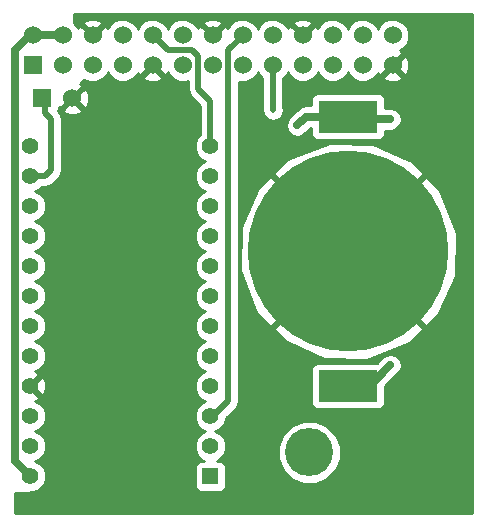
<source format=gtl>
G04 (created by PCBNEW (2013-may-18)-stable) date Sun 22 Jun 2014 12:37:11 AM EDT*
%MOIN*%
G04 Gerber Fmt 3.4, Leading zero omitted, Abs format*
%FSLAX34Y34*%
G01*
G70*
G90*
G04 APERTURE LIST*
%ADD10C,0.00590551*%
%ADD11R,0.06X0.06*%
%ADD12C,0.06*%
%ADD13C,0.16*%
%ADD14R,0.055X0.055*%
%ADD15C,0.055*%
%ADD16R,0.19685X0.106299*%
%ADD17C,0.669291*%
%ADD18C,0.0130118*%
%ADD19C,0.02*%
%ADD20C,0.025*%
%ADD21C,0.01*%
G04 APERTURE END LIST*
G54D10*
G54D11*
X25881Y-30005D03*
G54D12*
X25881Y-29005D03*
X26881Y-30005D03*
X26881Y-29005D03*
X27881Y-30005D03*
X27881Y-29005D03*
X28881Y-30005D03*
X28881Y-29005D03*
X29881Y-30005D03*
X29881Y-29005D03*
X30881Y-30005D03*
X30881Y-29005D03*
X31881Y-30005D03*
X31881Y-29005D03*
X32881Y-30005D03*
X32881Y-29005D03*
X33881Y-30005D03*
X33881Y-29005D03*
X34881Y-30005D03*
X34881Y-29005D03*
X35881Y-30005D03*
X35881Y-29005D03*
X36881Y-30005D03*
X36881Y-29005D03*
X37881Y-30005D03*
X37881Y-29005D03*
G54D13*
X35100Y-42900D03*
G54D14*
X31800Y-43700D03*
G54D15*
X31800Y-42700D03*
X31800Y-41700D03*
X31800Y-40700D03*
X31800Y-39700D03*
X31800Y-38700D03*
X31800Y-37700D03*
X31800Y-36700D03*
X31800Y-35700D03*
X31800Y-34700D03*
X31800Y-33700D03*
X31800Y-32700D03*
X25800Y-32700D03*
X25800Y-33700D03*
X25800Y-34700D03*
X25800Y-35700D03*
X25800Y-36700D03*
X25800Y-37700D03*
X25800Y-38700D03*
X25800Y-39700D03*
X25800Y-40700D03*
X25800Y-41700D03*
X25800Y-42700D03*
X25800Y-43700D03*
G54D11*
X26200Y-31100D03*
G54D12*
X27200Y-31100D03*
G54D16*
X36400Y-31711D03*
X36400Y-40688D03*
G54D17*
X36400Y-36200D03*
G54D18*
X33900Y-31500D03*
X34700Y-32000D03*
X37800Y-40000D03*
X37800Y-31800D03*
G54D19*
X33881Y-30005D02*
X33881Y-31481D01*
X33881Y-31481D02*
X33900Y-31500D01*
G54D20*
X25881Y-29005D02*
X25794Y-29005D01*
X25300Y-43200D02*
X25800Y-43700D01*
X25300Y-29500D02*
X25300Y-43200D01*
X25794Y-29005D02*
X25300Y-29500D01*
X25881Y-29005D02*
X26881Y-29005D01*
X34988Y-31711D02*
X36400Y-31711D01*
X34700Y-32000D02*
X34988Y-31711D01*
X37800Y-31800D02*
X36488Y-31800D01*
X36488Y-31800D02*
X36400Y-31711D01*
X36400Y-40688D02*
X37111Y-40688D01*
X37800Y-40000D02*
X37111Y-40688D01*
G54D19*
X29881Y-29005D02*
X29905Y-29005D01*
X31800Y-31200D02*
X31800Y-32700D01*
X31400Y-30800D02*
X31800Y-31200D01*
X31400Y-29700D02*
X31400Y-30800D01*
X31200Y-29500D02*
X31400Y-29700D01*
X30400Y-29500D02*
X31200Y-29500D01*
X29905Y-29005D02*
X30400Y-29500D01*
X32881Y-29005D02*
X32881Y-29018D01*
X31900Y-41700D02*
X31800Y-41700D01*
X32400Y-41200D02*
X31900Y-41700D01*
X32400Y-31400D02*
X32400Y-41200D01*
X32400Y-29500D02*
X32400Y-31400D01*
X32881Y-29018D02*
X32400Y-29500D01*
X26500Y-31800D02*
X26300Y-31600D01*
X26300Y-31600D02*
X26300Y-31200D01*
X26300Y-31200D02*
X26200Y-31100D01*
X26300Y-33700D02*
X26500Y-33500D01*
X26500Y-33500D02*
X26500Y-32400D01*
X26500Y-32400D02*
X26500Y-31800D01*
X25800Y-33700D02*
X26300Y-33700D01*
G54D10*
G36*
X40520Y-44920D02*
X40013Y-44920D01*
X40013Y-35577D01*
X39500Y-34241D01*
X39395Y-34085D01*
X38983Y-33686D01*
X38913Y-33757D01*
X38913Y-33616D01*
X38514Y-33204D01*
X38435Y-33169D01*
X38435Y-30087D01*
X38424Y-29868D01*
X38362Y-29717D01*
X38267Y-29690D01*
X37951Y-30005D01*
X38267Y-30320D01*
X38362Y-30293D01*
X38435Y-30087D01*
X38435Y-33169D01*
X38196Y-33062D01*
X38196Y-30391D01*
X37881Y-30076D01*
X37565Y-30391D01*
X37593Y-30486D01*
X37799Y-30560D01*
X38017Y-30549D01*
X38168Y-30486D01*
X38196Y-30391D01*
X38196Y-33062D01*
X38175Y-33053D01*
X38175Y-31800D01*
X38146Y-31656D01*
X38065Y-31534D01*
X37943Y-31453D01*
X37800Y-31425D01*
X37634Y-31425D01*
X37634Y-31130D01*
X37596Y-31038D01*
X37526Y-30968D01*
X37434Y-30930D01*
X37334Y-30930D01*
X35366Y-30930D01*
X35274Y-30968D01*
X35203Y-31038D01*
X35165Y-31130D01*
X35165Y-31229D01*
X35165Y-31336D01*
X34988Y-31336D01*
X34844Y-31365D01*
X34723Y-31446D01*
X34434Y-31734D01*
X34353Y-31856D01*
X34325Y-32000D01*
X34353Y-32143D01*
X34434Y-32265D01*
X34556Y-32346D01*
X34700Y-32375D01*
X34843Y-32346D01*
X34965Y-32265D01*
X35143Y-32086D01*
X35165Y-32086D01*
X35165Y-32292D01*
X35203Y-32384D01*
X35273Y-32455D01*
X35365Y-32493D01*
X35465Y-32493D01*
X37433Y-32493D01*
X37525Y-32455D01*
X37596Y-32385D01*
X37634Y-32293D01*
X37634Y-32193D01*
X37634Y-32175D01*
X37800Y-32175D01*
X37943Y-32146D01*
X38065Y-32065D01*
X38146Y-31943D01*
X38175Y-31800D01*
X38175Y-33053D01*
X37207Y-32623D01*
X35777Y-32586D01*
X34441Y-33099D01*
X34285Y-33204D01*
X33886Y-33616D01*
X36400Y-36129D01*
X38913Y-33616D01*
X38913Y-33757D01*
X36470Y-36200D01*
X38983Y-38713D01*
X39395Y-38314D01*
X39976Y-37007D01*
X40013Y-35577D01*
X40013Y-44920D01*
X38913Y-44920D01*
X38913Y-38783D01*
X36400Y-36270D01*
X36329Y-36341D01*
X36329Y-36200D01*
X33816Y-33686D01*
X33404Y-34085D01*
X32823Y-35392D01*
X32786Y-36822D01*
X33299Y-38158D01*
X33404Y-38314D01*
X33816Y-38713D01*
X36329Y-36200D01*
X36329Y-36341D01*
X33886Y-38783D01*
X34285Y-39195D01*
X35592Y-39776D01*
X37022Y-39813D01*
X38358Y-39300D01*
X38514Y-39195D01*
X38913Y-38783D01*
X38913Y-44920D01*
X38174Y-44920D01*
X38174Y-40000D01*
X38146Y-39856D01*
X38065Y-39734D01*
X37943Y-39653D01*
X37800Y-39625D01*
X37656Y-39653D01*
X37534Y-39734D01*
X37362Y-39906D01*
X37334Y-39906D01*
X35366Y-39906D01*
X35274Y-39944D01*
X35203Y-40014D01*
X35165Y-40106D01*
X35165Y-40206D01*
X35165Y-41269D01*
X35203Y-41361D01*
X35273Y-41431D01*
X35365Y-41469D01*
X35465Y-41469D01*
X37433Y-41469D01*
X37525Y-41431D01*
X37596Y-41361D01*
X37634Y-41269D01*
X37634Y-41170D01*
X37634Y-40696D01*
X38065Y-40265D01*
X38146Y-40143D01*
X38174Y-40000D01*
X38174Y-44920D01*
X36150Y-44920D01*
X36150Y-42692D01*
X35990Y-42306D01*
X35695Y-42010D01*
X35309Y-41850D01*
X34892Y-41849D01*
X34506Y-42009D01*
X34210Y-42304D01*
X34050Y-42690D01*
X34049Y-43107D01*
X34209Y-43494D01*
X34504Y-43789D01*
X34890Y-43949D01*
X35307Y-43950D01*
X35694Y-43790D01*
X35989Y-43495D01*
X36149Y-43109D01*
X36150Y-42692D01*
X36150Y-44920D01*
X30196Y-44920D01*
X30196Y-30391D01*
X29881Y-30076D01*
X29565Y-30391D01*
X29593Y-30486D01*
X29799Y-30560D01*
X30017Y-30549D01*
X30168Y-30486D01*
X30196Y-30391D01*
X30196Y-44920D01*
X27754Y-44920D01*
X27754Y-31181D01*
X27743Y-30963D01*
X27681Y-30812D01*
X27585Y-30784D01*
X27270Y-31100D01*
X27585Y-31415D01*
X27681Y-31387D01*
X27754Y-31181D01*
X27754Y-44920D01*
X27515Y-44920D01*
X27515Y-31485D01*
X27200Y-31170D01*
X26884Y-31485D01*
X26912Y-31581D01*
X27118Y-31654D01*
X27336Y-31643D01*
X27487Y-31581D01*
X27515Y-31485D01*
X27515Y-44920D01*
X26329Y-44920D01*
X26329Y-40775D01*
X26318Y-40567D01*
X26260Y-40427D01*
X26167Y-40402D01*
X25870Y-40700D01*
X26167Y-40997D01*
X26260Y-40972D01*
X26329Y-40775D01*
X26329Y-44920D01*
X25279Y-44920D01*
X25279Y-44250D01*
X25800Y-44250D01*
X25781Y-44224D01*
X25903Y-44225D01*
X26097Y-44145D01*
X26244Y-43997D01*
X26324Y-43804D01*
X26325Y-43596D01*
X26245Y-43403D01*
X26097Y-43255D01*
X25964Y-43199D01*
X26097Y-43145D01*
X26244Y-42997D01*
X26324Y-42804D01*
X26325Y-42596D01*
X26245Y-42403D01*
X26097Y-42255D01*
X25964Y-42199D01*
X26097Y-42145D01*
X26244Y-41997D01*
X26324Y-41804D01*
X26325Y-41596D01*
X26245Y-41403D01*
X26097Y-41255D01*
X25971Y-41202D01*
X26072Y-41160D01*
X26097Y-41067D01*
X25800Y-40770D01*
X25794Y-40776D01*
X25723Y-40705D01*
X25729Y-40700D01*
X25723Y-40694D01*
X25794Y-40623D01*
X25800Y-40629D01*
X26097Y-40332D01*
X26072Y-40239D01*
X25962Y-40200D01*
X26097Y-40145D01*
X26244Y-39997D01*
X26324Y-39804D01*
X26325Y-39596D01*
X26245Y-39403D01*
X26097Y-39255D01*
X25964Y-39199D01*
X26097Y-39145D01*
X26244Y-38997D01*
X26324Y-38804D01*
X26325Y-38596D01*
X26245Y-38403D01*
X26097Y-38255D01*
X25964Y-38199D01*
X26097Y-38145D01*
X26244Y-37997D01*
X26324Y-37804D01*
X26325Y-37596D01*
X26245Y-37403D01*
X26097Y-37255D01*
X25964Y-37199D01*
X26097Y-37145D01*
X26244Y-36997D01*
X26324Y-36804D01*
X26325Y-36596D01*
X26245Y-36403D01*
X26097Y-36255D01*
X25964Y-36199D01*
X26097Y-36145D01*
X26244Y-35997D01*
X26324Y-35804D01*
X26325Y-35596D01*
X26245Y-35403D01*
X26097Y-35255D01*
X25964Y-35199D01*
X26097Y-35145D01*
X26244Y-34997D01*
X26324Y-34804D01*
X26325Y-34596D01*
X26245Y-34403D01*
X26097Y-34255D01*
X25964Y-34199D01*
X26097Y-34145D01*
X26192Y-34050D01*
X26300Y-34050D01*
X26433Y-34023D01*
X26433Y-34023D01*
X26547Y-33947D01*
X26747Y-33747D01*
X26823Y-33633D01*
X26850Y-33500D01*
X26850Y-32400D01*
X26850Y-31800D01*
X26823Y-31666D01*
X26747Y-31552D01*
X26719Y-31524D01*
X26749Y-31449D01*
X26750Y-31396D01*
X26814Y-31415D01*
X27129Y-31100D01*
X27123Y-31094D01*
X27194Y-31023D01*
X27200Y-31029D01*
X27515Y-30714D01*
X27487Y-30618D01*
X27461Y-30609D01*
X27590Y-30480D01*
X27771Y-30555D01*
X27990Y-30555D01*
X28192Y-30472D01*
X28347Y-30317D01*
X28381Y-30235D01*
X28414Y-30316D01*
X28569Y-30471D01*
X28771Y-30555D01*
X28990Y-30555D01*
X29192Y-30472D01*
X29347Y-30317D01*
X29378Y-30241D01*
X29399Y-30293D01*
X29495Y-30320D01*
X29810Y-30005D01*
X29804Y-29999D01*
X29875Y-29929D01*
X29881Y-29934D01*
X29886Y-29929D01*
X29957Y-29999D01*
X29951Y-30005D01*
X30267Y-30320D01*
X30362Y-30293D01*
X30382Y-30238D01*
X30414Y-30316D01*
X30569Y-30471D01*
X30771Y-30555D01*
X30990Y-30555D01*
X31050Y-30530D01*
X31050Y-30800D01*
X31076Y-30933D01*
X31152Y-31047D01*
X31450Y-31344D01*
X31450Y-32307D01*
X31355Y-32402D01*
X31275Y-32595D01*
X31274Y-32803D01*
X31354Y-32997D01*
X31502Y-33144D01*
X31635Y-33200D01*
X31503Y-33254D01*
X31355Y-33402D01*
X31275Y-33595D01*
X31274Y-33803D01*
X31354Y-33997D01*
X31502Y-34144D01*
X31635Y-34200D01*
X31503Y-34254D01*
X31355Y-34402D01*
X31275Y-34595D01*
X31274Y-34803D01*
X31354Y-34997D01*
X31502Y-35144D01*
X31635Y-35200D01*
X31503Y-35254D01*
X31355Y-35402D01*
X31275Y-35595D01*
X31274Y-35803D01*
X31354Y-35997D01*
X31502Y-36144D01*
X31635Y-36200D01*
X31503Y-36254D01*
X31355Y-36402D01*
X31275Y-36595D01*
X31274Y-36803D01*
X31354Y-36997D01*
X31502Y-37144D01*
X31635Y-37200D01*
X31503Y-37254D01*
X31355Y-37402D01*
X31275Y-37595D01*
X31274Y-37803D01*
X31354Y-37997D01*
X31502Y-38144D01*
X31635Y-38200D01*
X31503Y-38254D01*
X31355Y-38402D01*
X31275Y-38595D01*
X31274Y-38803D01*
X31354Y-38997D01*
X31502Y-39144D01*
X31635Y-39200D01*
X31503Y-39254D01*
X31355Y-39402D01*
X31275Y-39595D01*
X31274Y-39803D01*
X31354Y-39997D01*
X31502Y-40144D01*
X31635Y-40200D01*
X31503Y-40254D01*
X31355Y-40402D01*
X31275Y-40595D01*
X31274Y-40803D01*
X31354Y-40997D01*
X31502Y-41144D01*
X31635Y-41200D01*
X31503Y-41254D01*
X31355Y-41402D01*
X31275Y-41595D01*
X31274Y-41803D01*
X31354Y-41997D01*
X31502Y-42144D01*
X31635Y-42200D01*
X31503Y-42254D01*
X31355Y-42402D01*
X31275Y-42595D01*
X31274Y-42803D01*
X31354Y-42997D01*
X31502Y-43144D01*
X31574Y-43174D01*
X31475Y-43174D01*
X31383Y-43212D01*
X31313Y-43283D01*
X31275Y-43375D01*
X31274Y-43474D01*
X31274Y-44024D01*
X31312Y-44116D01*
X31383Y-44186D01*
X31475Y-44224D01*
X31574Y-44225D01*
X32124Y-44225D01*
X32216Y-44187D01*
X32286Y-44116D01*
X32324Y-44024D01*
X32325Y-43925D01*
X32325Y-43375D01*
X32287Y-43283D01*
X32216Y-43213D01*
X32124Y-43175D01*
X32025Y-43174D01*
X32025Y-43174D01*
X32097Y-43145D01*
X32244Y-42997D01*
X32324Y-42804D01*
X32325Y-42596D01*
X32245Y-42403D01*
X32097Y-42255D01*
X31964Y-42199D01*
X32097Y-42145D01*
X32244Y-41997D01*
X32324Y-41804D01*
X32324Y-41770D01*
X32647Y-41447D01*
X32723Y-41333D01*
X32723Y-41333D01*
X32750Y-41200D01*
X32750Y-31400D01*
X32750Y-30546D01*
X32771Y-30555D01*
X32990Y-30555D01*
X33192Y-30472D01*
X33347Y-30317D01*
X33381Y-30235D01*
X33414Y-30316D01*
X33531Y-30433D01*
X33531Y-31481D01*
X33557Y-31615D01*
X33633Y-31728D01*
X33652Y-31747D01*
X33766Y-31823D01*
X33900Y-31850D01*
X34033Y-31823D01*
X34147Y-31747D01*
X34223Y-31633D01*
X34250Y-31500D01*
X34231Y-31404D01*
X34231Y-30433D01*
X34347Y-30317D01*
X34381Y-30235D01*
X34414Y-30316D01*
X34569Y-30471D01*
X34771Y-30555D01*
X34990Y-30555D01*
X35192Y-30472D01*
X35347Y-30317D01*
X35381Y-30235D01*
X35414Y-30316D01*
X35569Y-30471D01*
X35771Y-30555D01*
X35990Y-30555D01*
X36192Y-30472D01*
X36347Y-30317D01*
X36381Y-30235D01*
X36414Y-30316D01*
X36569Y-30471D01*
X36771Y-30555D01*
X36990Y-30555D01*
X37192Y-30472D01*
X37347Y-30317D01*
X37378Y-30241D01*
X37399Y-30293D01*
X37495Y-30320D01*
X37810Y-30005D01*
X37804Y-29999D01*
X37875Y-29929D01*
X37881Y-29934D01*
X38196Y-29619D01*
X38168Y-29524D01*
X38113Y-29504D01*
X38192Y-29472D01*
X38347Y-29317D01*
X38431Y-29115D01*
X38431Y-28896D01*
X38347Y-28694D01*
X38193Y-28539D01*
X37990Y-28455D01*
X37772Y-28455D01*
X37569Y-28538D01*
X37415Y-28693D01*
X37381Y-28775D01*
X37347Y-28694D01*
X37193Y-28539D01*
X36990Y-28455D01*
X36772Y-28455D01*
X36569Y-28538D01*
X36415Y-28693D01*
X36381Y-28775D01*
X36347Y-28694D01*
X36193Y-28539D01*
X35990Y-28455D01*
X35772Y-28455D01*
X35569Y-28538D01*
X35415Y-28693D01*
X35383Y-28769D01*
X35362Y-28717D01*
X35267Y-28690D01*
X35196Y-28761D01*
X35196Y-28619D01*
X35168Y-28524D01*
X34962Y-28450D01*
X34744Y-28461D01*
X34593Y-28524D01*
X34565Y-28619D01*
X34881Y-28934D01*
X35196Y-28619D01*
X35196Y-28761D01*
X34951Y-29005D01*
X34957Y-29011D01*
X34886Y-29081D01*
X34881Y-29076D01*
X34875Y-29081D01*
X34804Y-29011D01*
X34810Y-29005D01*
X34495Y-28690D01*
X34399Y-28717D01*
X34380Y-28772D01*
X34347Y-28694D01*
X34193Y-28539D01*
X33990Y-28455D01*
X33772Y-28455D01*
X33569Y-28538D01*
X33415Y-28693D01*
X33381Y-28775D01*
X33347Y-28694D01*
X33193Y-28539D01*
X32990Y-28455D01*
X32772Y-28455D01*
X32569Y-28538D01*
X32415Y-28693D01*
X32383Y-28769D01*
X32362Y-28717D01*
X32267Y-28690D01*
X32196Y-28761D01*
X32196Y-28619D01*
X32168Y-28524D01*
X31962Y-28450D01*
X31744Y-28461D01*
X31593Y-28524D01*
X31565Y-28619D01*
X31881Y-28934D01*
X32196Y-28619D01*
X32196Y-28761D01*
X31951Y-29005D01*
X31957Y-29011D01*
X31886Y-29081D01*
X31881Y-29076D01*
X31875Y-29081D01*
X31804Y-29011D01*
X31810Y-29005D01*
X31495Y-28690D01*
X31399Y-28717D01*
X31380Y-28772D01*
X31347Y-28694D01*
X31193Y-28539D01*
X30990Y-28455D01*
X30772Y-28455D01*
X30569Y-28538D01*
X30415Y-28693D01*
X30381Y-28775D01*
X30347Y-28694D01*
X30193Y-28539D01*
X29990Y-28455D01*
X29772Y-28455D01*
X29569Y-28538D01*
X29415Y-28693D01*
X29381Y-28775D01*
X29347Y-28694D01*
X29193Y-28539D01*
X28990Y-28455D01*
X28772Y-28455D01*
X28569Y-28538D01*
X28415Y-28693D01*
X28383Y-28769D01*
X28362Y-28717D01*
X28267Y-28690D01*
X28196Y-28761D01*
X28196Y-28619D01*
X28168Y-28524D01*
X27962Y-28450D01*
X27744Y-28461D01*
X27593Y-28524D01*
X27565Y-28619D01*
X27881Y-28934D01*
X28196Y-28619D01*
X28196Y-28761D01*
X27951Y-29005D01*
X27957Y-29011D01*
X27886Y-29081D01*
X27881Y-29076D01*
X27875Y-29081D01*
X27804Y-29011D01*
X27810Y-29005D01*
X27495Y-28690D01*
X27399Y-28717D01*
X27380Y-28772D01*
X27347Y-28694D01*
X27250Y-28596D01*
X27250Y-28279D01*
X40520Y-28279D01*
X40520Y-44920D01*
X40520Y-44920D01*
G37*
G54D21*
X40520Y-44920D02*
X40013Y-44920D01*
X40013Y-35577D01*
X39500Y-34241D01*
X39395Y-34085D01*
X38983Y-33686D01*
X38913Y-33757D01*
X38913Y-33616D01*
X38514Y-33204D01*
X38435Y-33169D01*
X38435Y-30087D01*
X38424Y-29868D01*
X38362Y-29717D01*
X38267Y-29690D01*
X37951Y-30005D01*
X38267Y-30320D01*
X38362Y-30293D01*
X38435Y-30087D01*
X38435Y-33169D01*
X38196Y-33062D01*
X38196Y-30391D01*
X37881Y-30076D01*
X37565Y-30391D01*
X37593Y-30486D01*
X37799Y-30560D01*
X38017Y-30549D01*
X38168Y-30486D01*
X38196Y-30391D01*
X38196Y-33062D01*
X38175Y-33053D01*
X38175Y-31800D01*
X38146Y-31656D01*
X38065Y-31534D01*
X37943Y-31453D01*
X37800Y-31425D01*
X37634Y-31425D01*
X37634Y-31130D01*
X37596Y-31038D01*
X37526Y-30968D01*
X37434Y-30930D01*
X37334Y-30930D01*
X35366Y-30930D01*
X35274Y-30968D01*
X35203Y-31038D01*
X35165Y-31130D01*
X35165Y-31229D01*
X35165Y-31336D01*
X34988Y-31336D01*
X34844Y-31365D01*
X34723Y-31446D01*
X34434Y-31734D01*
X34353Y-31856D01*
X34325Y-32000D01*
X34353Y-32143D01*
X34434Y-32265D01*
X34556Y-32346D01*
X34700Y-32375D01*
X34843Y-32346D01*
X34965Y-32265D01*
X35143Y-32086D01*
X35165Y-32086D01*
X35165Y-32292D01*
X35203Y-32384D01*
X35273Y-32455D01*
X35365Y-32493D01*
X35465Y-32493D01*
X37433Y-32493D01*
X37525Y-32455D01*
X37596Y-32385D01*
X37634Y-32293D01*
X37634Y-32193D01*
X37634Y-32175D01*
X37800Y-32175D01*
X37943Y-32146D01*
X38065Y-32065D01*
X38146Y-31943D01*
X38175Y-31800D01*
X38175Y-33053D01*
X37207Y-32623D01*
X35777Y-32586D01*
X34441Y-33099D01*
X34285Y-33204D01*
X33886Y-33616D01*
X36400Y-36129D01*
X38913Y-33616D01*
X38913Y-33757D01*
X36470Y-36200D01*
X38983Y-38713D01*
X39395Y-38314D01*
X39976Y-37007D01*
X40013Y-35577D01*
X40013Y-44920D01*
X38913Y-44920D01*
X38913Y-38783D01*
X36400Y-36270D01*
X36329Y-36341D01*
X36329Y-36200D01*
X33816Y-33686D01*
X33404Y-34085D01*
X32823Y-35392D01*
X32786Y-36822D01*
X33299Y-38158D01*
X33404Y-38314D01*
X33816Y-38713D01*
X36329Y-36200D01*
X36329Y-36341D01*
X33886Y-38783D01*
X34285Y-39195D01*
X35592Y-39776D01*
X37022Y-39813D01*
X38358Y-39300D01*
X38514Y-39195D01*
X38913Y-38783D01*
X38913Y-44920D01*
X38174Y-44920D01*
X38174Y-40000D01*
X38146Y-39856D01*
X38065Y-39734D01*
X37943Y-39653D01*
X37800Y-39625D01*
X37656Y-39653D01*
X37534Y-39734D01*
X37362Y-39906D01*
X37334Y-39906D01*
X35366Y-39906D01*
X35274Y-39944D01*
X35203Y-40014D01*
X35165Y-40106D01*
X35165Y-40206D01*
X35165Y-41269D01*
X35203Y-41361D01*
X35273Y-41431D01*
X35365Y-41469D01*
X35465Y-41469D01*
X37433Y-41469D01*
X37525Y-41431D01*
X37596Y-41361D01*
X37634Y-41269D01*
X37634Y-41170D01*
X37634Y-40696D01*
X38065Y-40265D01*
X38146Y-40143D01*
X38174Y-40000D01*
X38174Y-44920D01*
X36150Y-44920D01*
X36150Y-42692D01*
X35990Y-42306D01*
X35695Y-42010D01*
X35309Y-41850D01*
X34892Y-41849D01*
X34506Y-42009D01*
X34210Y-42304D01*
X34050Y-42690D01*
X34049Y-43107D01*
X34209Y-43494D01*
X34504Y-43789D01*
X34890Y-43949D01*
X35307Y-43950D01*
X35694Y-43790D01*
X35989Y-43495D01*
X36149Y-43109D01*
X36150Y-42692D01*
X36150Y-44920D01*
X30196Y-44920D01*
X30196Y-30391D01*
X29881Y-30076D01*
X29565Y-30391D01*
X29593Y-30486D01*
X29799Y-30560D01*
X30017Y-30549D01*
X30168Y-30486D01*
X30196Y-30391D01*
X30196Y-44920D01*
X27754Y-44920D01*
X27754Y-31181D01*
X27743Y-30963D01*
X27681Y-30812D01*
X27585Y-30784D01*
X27270Y-31100D01*
X27585Y-31415D01*
X27681Y-31387D01*
X27754Y-31181D01*
X27754Y-44920D01*
X27515Y-44920D01*
X27515Y-31485D01*
X27200Y-31170D01*
X26884Y-31485D01*
X26912Y-31581D01*
X27118Y-31654D01*
X27336Y-31643D01*
X27487Y-31581D01*
X27515Y-31485D01*
X27515Y-44920D01*
X26329Y-44920D01*
X26329Y-40775D01*
X26318Y-40567D01*
X26260Y-40427D01*
X26167Y-40402D01*
X25870Y-40700D01*
X26167Y-40997D01*
X26260Y-40972D01*
X26329Y-40775D01*
X26329Y-44920D01*
X25279Y-44920D01*
X25279Y-44250D01*
X25800Y-44250D01*
X25781Y-44224D01*
X25903Y-44225D01*
X26097Y-44145D01*
X26244Y-43997D01*
X26324Y-43804D01*
X26325Y-43596D01*
X26245Y-43403D01*
X26097Y-43255D01*
X25964Y-43199D01*
X26097Y-43145D01*
X26244Y-42997D01*
X26324Y-42804D01*
X26325Y-42596D01*
X26245Y-42403D01*
X26097Y-42255D01*
X25964Y-42199D01*
X26097Y-42145D01*
X26244Y-41997D01*
X26324Y-41804D01*
X26325Y-41596D01*
X26245Y-41403D01*
X26097Y-41255D01*
X25971Y-41202D01*
X26072Y-41160D01*
X26097Y-41067D01*
X25800Y-40770D01*
X25794Y-40776D01*
X25723Y-40705D01*
X25729Y-40700D01*
X25723Y-40694D01*
X25794Y-40623D01*
X25800Y-40629D01*
X26097Y-40332D01*
X26072Y-40239D01*
X25962Y-40200D01*
X26097Y-40145D01*
X26244Y-39997D01*
X26324Y-39804D01*
X26325Y-39596D01*
X26245Y-39403D01*
X26097Y-39255D01*
X25964Y-39199D01*
X26097Y-39145D01*
X26244Y-38997D01*
X26324Y-38804D01*
X26325Y-38596D01*
X26245Y-38403D01*
X26097Y-38255D01*
X25964Y-38199D01*
X26097Y-38145D01*
X26244Y-37997D01*
X26324Y-37804D01*
X26325Y-37596D01*
X26245Y-37403D01*
X26097Y-37255D01*
X25964Y-37199D01*
X26097Y-37145D01*
X26244Y-36997D01*
X26324Y-36804D01*
X26325Y-36596D01*
X26245Y-36403D01*
X26097Y-36255D01*
X25964Y-36199D01*
X26097Y-36145D01*
X26244Y-35997D01*
X26324Y-35804D01*
X26325Y-35596D01*
X26245Y-35403D01*
X26097Y-35255D01*
X25964Y-35199D01*
X26097Y-35145D01*
X26244Y-34997D01*
X26324Y-34804D01*
X26325Y-34596D01*
X26245Y-34403D01*
X26097Y-34255D01*
X25964Y-34199D01*
X26097Y-34145D01*
X26192Y-34050D01*
X26300Y-34050D01*
X26433Y-34023D01*
X26433Y-34023D01*
X26547Y-33947D01*
X26747Y-33747D01*
X26823Y-33633D01*
X26850Y-33500D01*
X26850Y-32400D01*
X26850Y-31800D01*
X26823Y-31666D01*
X26747Y-31552D01*
X26719Y-31524D01*
X26749Y-31449D01*
X26750Y-31396D01*
X26814Y-31415D01*
X27129Y-31100D01*
X27123Y-31094D01*
X27194Y-31023D01*
X27200Y-31029D01*
X27515Y-30714D01*
X27487Y-30618D01*
X27461Y-30609D01*
X27590Y-30480D01*
X27771Y-30555D01*
X27990Y-30555D01*
X28192Y-30472D01*
X28347Y-30317D01*
X28381Y-30235D01*
X28414Y-30316D01*
X28569Y-30471D01*
X28771Y-30555D01*
X28990Y-30555D01*
X29192Y-30472D01*
X29347Y-30317D01*
X29378Y-30241D01*
X29399Y-30293D01*
X29495Y-30320D01*
X29810Y-30005D01*
X29804Y-29999D01*
X29875Y-29929D01*
X29881Y-29934D01*
X29886Y-29929D01*
X29957Y-29999D01*
X29951Y-30005D01*
X30267Y-30320D01*
X30362Y-30293D01*
X30382Y-30238D01*
X30414Y-30316D01*
X30569Y-30471D01*
X30771Y-30555D01*
X30990Y-30555D01*
X31050Y-30530D01*
X31050Y-30800D01*
X31076Y-30933D01*
X31152Y-31047D01*
X31450Y-31344D01*
X31450Y-32307D01*
X31355Y-32402D01*
X31275Y-32595D01*
X31274Y-32803D01*
X31354Y-32997D01*
X31502Y-33144D01*
X31635Y-33200D01*
X31503Y-33254D01*
X31355Y-33402D01*
X31275Y-33595D01*
X31274Y-33803D01*
X31354Y-33997D01*
X31502Y-34144D01*
X31635Y-34200D01*
X31503Y-34254D01*
X31355Y-34402D01*
X31275Y-34595D01*
X31274Y-34803D01*
X31354Y-34997D01*
X31502Y-35144D01*
X31635Y-35200D01*
X31503Y-35254D01*
X31355Y-35402D01*
X31275Y-35595D01*
X31274Y-35803D01*
X31354Y-35997D01*
X31502Y-36144D01*
X31635Y-36200D01*
X31503Y-36254D01*
X31355Y-36402D01*
X31275Y-36595D01*
X31274Y-36803D01*
X31354Y-36997D01*
X31502Y-37144D01*
X31635Y-37200D01*
X31503Y-37254D01*
X31355Y-37402D01*
X31275Y-37595D01*
X31274Y-37803D01*
X31354Y-37997D01*
X31502Y-38144D01*
X31635Y-38200D01*
X31503Y-38254D01*
X31355Y-38402D01*
X31275Y-38595D01*
X31274Y-38803D01*
X31354Y-38997D01*
X31502Y-39144D01*
X31635Y-39200D01*
X31503Y-39254D01*
X31355Y-39402D01*
X31275Y-39595D01*
X31274Y-39803D01*
X31354Y-39997D01*
X31502Y-40144D01*
X31635Y-40200D01*
X31503Y-40254D01*
X31355Y-40402D01*
X31275Y-40595D01*
X31274Y-40803D01*
X31354Y-40997D01*
X31502Y-41144D01*
X31635Y-41200D01*
X31503Y-41254D01*
X31355Y-41402D01*
X31275Y-41595D01*
X31274Y-41803D01*
X31354Y-41997D01*
X31502Y-42144D01*
X31635Y-42200D01*
X31503Y-42254D01*
X31355Y-42402D01*
X31275Y-42595D01*
X31274Y-42803D01*
X31354Y-42997D01*
X31502Y-43144D01*
X31574Y-43174D01*
X31475Y-43174D01*
X31383Y-43212D01*
X31313Y-43283D01*
X31275Y-43375D01*
X31274Y-43474D01*
X31274Y-44024D01*
X31312Y-44116D01*
X31383Y-44186D01*
X31475Y-44224D01*
X31574Y-44225D01*
X32124Y-44225D01*
X32216Y-44187D01*
X32286Y-44116D01*
X32324Y-44024D01*
X32325Y-43925D01*
X32325Y-43375D01*
X32287Y-43283D01*
X32216Y-43213D01*
X32124Y-43175D01*
X32025Y-43174D01*
X32025Y-43174D01*
X32097Y-43145D01*
X32244Y-42997D01*
X32324Y-42804D01*
X32325Y-42596D01*
X32245Y-42403D01*
X32097Y-42255D01*
X31964Y-42199D01*
X32097Y-42145D01*
X32244Y-41997D01*
X32324Y-41804D01*
X32324Y-41770D01*
X32647Y-41447D01*
X32723Y-41333D01*
X32723Y-41333D01*
X32750Y-41200D01*
X32750Y-31400D01*
X32750Y-30546D01*
X32771Y-30555D01*
X32990Y-30555D01*
X33192Y-30472D01*
X33347Y-30317D01*
X33381Y-30235D01*
X33414Y-30316D01*
X33531Y-30433D01*
X33531Y-31481D01*
X33557Y-31615D01*
X33633Y-31728D01*
X33652Y-31747D01*
X33766Y-31823D01*
X33900Y-31850D01*
X34033Y-31823D01*
X34147Y-31747D01*
X34223Y-31633D01*
X34250Y-31500D01*
X34231Y-31404D01*
X34231Y-30433D01*
X34347Y-30317D01*
X34381Y-30235D01*
X34414Y-30316D01*
X34569Y-30471D01*
X34771Y-30555D01*
X34990Y-30555D01*
X35192Y-30472D01*
X35347Y-30317D01*
X35381Y-30235D01*
X35414Y-30316D01*
X35569Y-30471D01*
X35771Y-30555D01*
X35990Y-30555D01*
X36192Y-30472D01*
X36347Y-30317D01*
X36381Y-30235D01*
X36414Y-30316D01*
X36569Y-30471D01*
X36771Y-30555D01*
X36990Y-30555D01*
X37192Y-30472D01*
X37347Y-30317D01*
X37378Y-30241D01*
X37399Y-30293D01*
X37495Y-30320D01*
X37810Y-30005D01*
X37804Y-29999D01*
X37875Y-29929D01*
X37881Y-29934D01*
X38196Y-29619D01*
X38168Y-29524D01*
X38113Y-29504D01*
X38192Y-29472D01*
X38347Y-29317D01*
X38431Y-29115D01*
X38431Y-28896D01*
X38347Y-28694D01*
X38193Y-28539D01*
X37990Y-28455D01*
X37772Y-28455D01*
X37569Y-28538D01*
X37415Y-28693D01*
X37381Y-28775D01*
X37347Y-28694D01*
X37193Y-28539D01*
X36990Y-28455D01*
X36772Y-28455D01*
X36569Y-28538D01*
X36415Y-28693D01*
X36381Y-28775D01*
X36347Y-28694D01*
X36193Y-28539D01*
X35990Y-28455D01*
X35772Y-28455D01*
X35569Y-28538D01*
X35415Y-28693D01*
X35383Y-28769D01*
X35362Y-28717D01*
X35267Y-28690D01*
X35196Y-28761D01*
X35196Y-28619D01*
X35168Y-28524D01*
X34962Y-28450D01*
X34744Y-28461D01*
X34593Y-28524D01*
X34565Y-28619D01*
X34881Y-28934D01*
X35196Y-28619D01*
X35196Y-28761D01*
X34951Y-29005D01*
X34957Y-29011D01*
X34886Y-29081D01*
X34881Y-29076D01*
X34875Y-29081D01*
X34804Y-29011D01*
X34810Y-29005D01*
X34495Y-28690D01*
X34399Y-28717D01*
X34380Y-28772D01*
X34347Y-28694D01*
X34193Y-28539D01*
X33990Y-28455D01*
X33772Y-28455D01*
X33569Y-28538D01*
X33415Y-28693D01*
X33381Y-28775D01*
X33347Y-28694D01*
X33193Y-28539D01*
X32990Y-28455D01*
X32772Y-28455D01*
X32569Y-28538D01*
X32415Y-28693D01*
X32383Y-28769D01*
X32362Y-28717D01*
X32267Y-28690D01*
X32196Y-28761D01*
X32196Y-28619D01*
X32168Y-28524D01*
X31962Y-28450D01*
X31744Y-28461D01*
X31593Y-28524D01*
X31565Y-28619D01*
X31881Y-28934D01*
X32196Y-28619D01*
X32196Y-28761D01*
X31951Y-29005D01*
X31957Y-29011D01*
X31886Y-29081D01*
X31881Y-29076D01*
X31875Y-29081D01*
X31804Y-29011D01*
X31810Y-29005D01*
X31495Y-28690D01*
X31399Y-28717D01*
X31380Y-28772D01*
X31347Y-28694D01*
X31193Y-28539D01*
X30990Y-28455D01*
X30772Y-28455D01*
X30569Y-28538D01*
X30415Y-28693D01*
X30381Y-28775D01*
X30347Y-28694D01*
X30193Y-28539D01*
X29990Y-28455D01*
X29772Y-28455D01*
X29569Y-28538D01*
X29415Y-28693D01*
X29381Y-28775D01*
X29347Y-28694D01*
X29193Y-28539D01*
X28990Y-28455D01*
X28772Y-28455D01*
X28569Y-28538D01*
X28415Y-28693D01*
X28383Y-28769D01*
X28362Y-28717D01*
X28267Y-28690D01*
X28196Y-28761D01*
X28196Y-28619D01*
X28168Y-28524D01*
X27962Y-28450D01*
X27744Y-28461D01*
X27593Y-28524D01*
X27565Y-28619D01*
X27881Y-28934D01*
X28196Y-28619D01*
X28196Y-28761D01*
X27951Y-29005D01*
X27957Y-29011D01*
X27886Y-29081D01*
X27881Y-29076D01*
X27875Y-29081D01*
X27804Y-29011D01*
X27810Y-29005D01*
X27495Y-28690D01*
X27399Y-28717D01*
X27380Y-28772D01*
X27347Y-28694D01*
X27250Y-28596D01*
X27250Y-28279D01*
X40520Y-28279D01*
X40520Y-44920D01*
M02*

</source>
